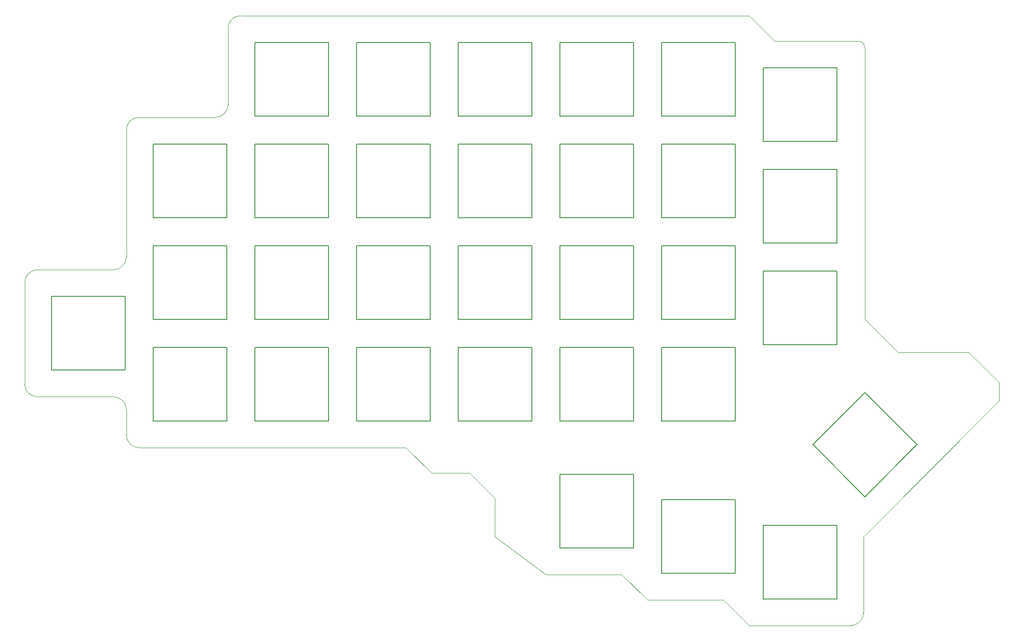
<source format=gm1>
%TF.GenerationSoftware,KiCad,Pcbnew,5.1.9*%
%TF.CreationDate,2021-04-18T17:12:56+02:00*%
%TF.ProjectId,Crystal-Zeliska-plate,43727973-7461-46c2-9d5a-656c69736b61,rev?*%
%TF.SameCoordinates,Original*%
%TF.FileFunction,Profile,NP*%
%FSLAX46Y46*%
G04 Gerber Fmt 4.6, Leading zero omitted, Abs format (unit mm)*
G04 Created by KiCad (PCBNEW 5.1.9) date 2021-04-18 17:12:56*
%MOMM*%
%LPD*%
G01*
G04 APERTURE LIST*
%TA.AperFunction,Profile*%
%ADD10C,0.100000*%
%TD*%
%TA.AperFunction,Profile*%
%ADD11C,0.200000*%
%TD*%
G04 APERTURE END LIST*
D10*
X182736236Y-39662123D02*
X198464420Y-39708640D01*
X199674420Y-40908640D02*
X199674420Y-91798640D01*
X199674420Y-91798640D02*
X205854420Y-97978640D01*
X219114420Y-97978640D02*
X224854420Y-103718640D01*
X224854420Y-103718640D02*
X224857219Y-107078640D01*
X224857219Y-107078640D02*
X199403716Y-132532143D01*
X199403716Y-132532143D02*
X199403716Y-146819643D01*
X197023736Y-149197083D02*
X177973736Y-149197083D01*
X177973736Y-34899623D02*
X182736236Y-39662123D01*
D11*
X137247376Y-58955963D02*
X137247376Y-72755783D01*
X123447556Y-72755783D02*
X123447556Y-58955963D01*
X123447556Y-91805783D02*
X137247376Y-91805783D01*
X137247376Y-78005963D02*
X123447556Y-78005963D01*
X137247376Y-78005963D02*
X137247376Y-91805783D01*
X123447556Y-91805783D02*
X123447556Y-78005963D01*
X123447556Y-110855783D02*
X123447556Y-97055963D01*
X137247376Y-97055963D02*
X137247376Y-110855783D01*
X194397376Y-63718463D02*
X194397376Y-77518283D01*
X180597556Y-77518283D02*
X180597556Y-63718463D01*
X180597556Y-96568283D02*
X180597556Y-82768463D01*
X194397376Y-82768463D02*
X194397376Y-96568283D01*
X194397376Y-82768463D02*
X180597556Y-82768463D01*
X180597556Y-96568283D02*
X194397376Y-96568283D01*
X189924436Y-115298243D02*
X199683116Y-125056923D01*
X209441796Y-115298243D02*
X199683116Y-105542103D01*
X99147376Y-39905963D02*
X85347556Y-39905963D01*
X85347556Y-53705783D02*
X99147376Y-53705783D01*
X85347556Y-72755783D02*
X85347556Y-58955963D01*
X99147376Y-58955963D02*
X99147376Y-72755783D01*
X99147376Y-58955963D02*
X85347556Y-58955963D01*
X85347556Y-72755783D02*
X99147376Y-72755783D01*
X85347556Y-91805783D02*
X85347556Y-78005963D01*
X99147376Y-78005963D02*
X99147376Y-91805783D01*
X175347376Y-39905963D02*
X161547556Y-39905963D01*
X161547556Y-53705783D02*
X175347376Y-53705783D01*
X66297556Y-72755783D02*
X66297556Y-58955963D01*
X80097376Y-58955963D02*
X80097376Y-72755783D01*
X80097376Y-58955963D02*
X66297556Y-58955963D01*
X66297556Y-72755783D02*
X80097376Y-72755783D01*
X66297556Y-110855783D02*
X80097376Y-110855783D01*
X80097376Y-97055963D02*
X66297556Y-97055963D01*
X175347376Y-58955963D02*
X175347376Y-72755783D01*
X161547556Y-72755783D02*
X161547556Y-58955963D01*
X161547556Y-91805783D02*
X161547556Y-78005963D01*
X175347376Y-78005963D02*
X175347376Y-91805783D01*
X175347376Y-78005963D02*
X161547556Y-78005963D01*
X161547556Y-91805783D02*
X175347376Y-91805783D01*
X161547556Y-110855783D02*
X161547556Y-97055963D01*
X175347376Y-97055963D02*
X175347376Y-110855783D01*
X118197376Y-39905963D02*
X118197376Y-53705783D01*
X104397556Y-53705783D02*
X104397556Y-39905963D01*
X104397556Y-72755783D02*
X118197376Y-72755783D01*
X118197376Y-58955963D02*
X104397556Y-58955963D01*
X118197376Y-58955963D02*
X118197376Y-72755783D01*
X104397556Y-72755783D02*
X104397556Y-58955963D01*
X104397556Y-110855783D02*
X104397556Y-97055963D01*
X118197376Y-97055963D02*
X118197376Y-110855783D01*
X156297376Y-97055963D02*
X142497556Y-97055963D01*
X142497556Y-110855783D02*
X156297376Y-110855783D01*
X142497556Y-134668283D02*
X156297376Y-134668283D01*
X156297376Y-120868463D02*
X142497556Y-120868463D01*
X156297376Y-120868463D02*
X156297376Y-134668283D01*
X142497556Y-134668283D02*
X142497556Y-120868463D01*
X161547556Y-72755783D02*
X175347376Y-72755783D01*
X175347376Y-58955963D02*
X161547556Y-58955963D01*
X137247376Y-97055963D02*
X123447556Y-97055963D01*
X123447556Y-110855783D02*
X137247376Y-110855783D01*
X142497556Y-53705783D02*
X156297376Y-53705783D01*
X156297376Y-39905963D02*
X142497556Y-39905963D01*
X156297376Y-39905963D02*
X156297376Y-53705783D01*
X142497556Y-53705783D02*
X142497556Y-39905963D01*
X142497556Y-72755783D02*
X156297376Y-72755783D01*
X156297376Y-58955963D02*
X142497556Y-58955963D01*
X175347376Y-97055963D02*
X161547556Y-97055963D01*
X161547556Y-110855783D02*
X175347376Y-110855783D01*
X180597556Y-58468283D02*
X180597556Y-44668463D01*
X194397376Y-44668463D02*
X194397376Y-58468283D01*
X194397376Y-44668463D02*
X180597556Y-44668463D01*
X180597556Y-58468283D02*
X194397376Y-58468283D01*
X180597556Y-77518283D02*
X194397376Y-77518283D01*
X194397376Y-63718463D02*
X180597556Y-63718463D01*
D10*
X63673735Y-115865347D02*
G75*
G02*
X61291216Y-113482143I685J2383204D01*
G01*
D11*
X161547556Y-139430783D02*
X175347376Y-139430783D01*
X175347376Y-125630963D02*
X161547556Y-125630963D01*
X175347376Y-125630963D02*
X175347376Y-139430783D01*
X161547556Y-139430783D02*
X161547556Y-125630963D01*
X161547556Y-53705783D02*
X161547556Y-39905963D01*
X175347376Y-39905963D02*
X175347376Y-53705783D01*
X80097376Y-78005963D02*
X66297556Y-78005963D01*
X66297556Y-91805783D02*
X80097376Y-91805783D01*
X47247556Y-101330783D02*
X61047376Y-101330783D01*
X61047376Y-87530963D02*
X47247556Y-87530963D01*
X61047376Y-87530963D02*
X61047376Y-101330783D01*
X47247556Y-101330783D02*
X47247556Y-87530963D01*
X85347556Y-53705783D02*
X85347556Y-39905963D01*
X99147376Y-39905963D02*
X99147376Y-53705783D01*
X80097376Y-97055963D02*
X80097376Y-110855783D01*
X66297556Y-110855783D02*
X66297556Y-97055963D01*
X104397556Y-91805783D02*
X104397556Y-78005963D01*
X118197376Y-78005963D02*
X118197376Y-91805783D01*
X118197376Y-78005963D02*
X104397556Y-78005963D01*
X104397556Y-91805783D02*
X118197376Y-91805783D01*
X66297556Y-91805783D02*
X66297556Y-78005963D01*
X80097376Y-78005963D02*
X80097376Y-91805783D01*
D10*
X118441216Y-120624623D02*
X113678716Y-115862123D01*
X113678716Y-115862123D02*
X63674244Y-115861361D01*
X61291216Y-113482143D02*
X61291216Y-108719643D01*
X58911236Y-106337123D02*
X44624244Y-106336361D01*
X42241216Y-103957143D02*
X42239831Y-84938638D01*
X44624244Y-82523861D02*
X58911744Y-82523861D01*
X61292994Y-80142611D02*
X61285413Y-56332126D01*
X63673736Y-53949623D02*
X77961744Y-53948861D01*
X177973736Y-149197083D02*
X173211236Y-144437123D01*
X173211236Y-144437123D02*
X158923736Y-144437123D01*
X158923736Y-144437123D02*
X154161236Y-139674623D01*
X154161236Y-139674623D02*
X139873736Y-139674623D01*
X139873736Y-139674623D02*
X130348736Y-132532143D01*
X130348736Y-132532143D02*
X130348736Y-125387123D01*
X130348736Y-125387123D02*
X125586236Y-120624623D01*
X125586236Y-120624623D02*
X118441216Y-120624623D01*
D11*
X209441796Y-115298243D02*
X199683116Y-125056923D01*
X189924436Y-115298243D02*
X199683116Y-105542103D01*
X180597556Y-144193283D02*
X180597556Y-130393463D01*
X194397376Y-130393463D02*
X194397376Y-144193283D01*
X194397376Y-130393463D02*
X180597556Y-130393463D01*
X180597556Y-144193283D02*
X194397376Y-144193283D01*
D10*
X44624244Y-106340347D02*
G75*
G02*
X42241216Y-103957143I176J2383204D01*
G01*
D11*
X156297376Y-58955963D02*
X156297376Y-72755783D01*
X142497556Y-72755783D02*
X142497556Y-58955963D01*
X142497556Y-91805783D02*
X142497556Y-78005963D01*
X156297376Y-78005963D02*
X156297376Y-91805783D01*
X156297376Y-78005963D02*
X142497556Y-78005963D01*
X142497556Y-91805783D02*
X156297376Y-91805783D01*
X142497556Y-110855783D02*
X142497556Y-97055963D01*
X156297376Y-97055963D02*
X156297376Y-110855783D01*
D10*
X42239831Y-84938638D02*
G75*
G02*
X44624245Y-82523862I2384589J29998D01*
G01*
X61285412Y-56332126D02*
G75*
G02*
X63673736Y-53949623I2389008J-6514D01*
G01*
X61290396Y-80142617D02*
G75*
G02*
X58911237Y-82524622I-2375976J-6023D01*
G01*
D11*
X99147376Y-78005963D02*
X85347556Y-78005963D01*
X85347556Y-91805783D02*
X99147376Y-91805783D01*
X85347556Y-110855783D02*
X99147376Y-110855783D01*
X99147376Y-97055963D02*
X85347556Y-97055963D01*
X99147376Y-97055963D02*
X99147376Y-110855783D01*
X85347556Y-110855783D02*
X85347556Y-97055963D01*
X104397556Y-53705783D02*
X118197376Y-53705783D01*
X118197376Y-39905963D02*
X104397556Y-39905963D01*
X118197376Y-97055963D02*
X104397556Y-97055963D01*
X104397556Y-110855783D02*
X118197376Y-110855783D01*
X123447556Y-53705783D02*
X137247376Y-53705783D01*
X137247376Y-39905963D02*
X123447556Y-39905963D01*
X137247376Y-39905963D02*
X137247376Y-53705783D01*
X123447556Y-53705783D02*
X123447556Y-39905963D01*
X123447556Y-72755783D02*
X137247376Y-72755783D01*
X137247376Y-58955963D02*
X123447556Y-58955963D01*
D10*
X80342994Y-51567611D02*
X80341216Y-37282143D01*
X82723736Y-34899623D02*
X177973736Y-34899623D01*
X205854420Y-97978640D02*
X219114420Y-97978640D01*
X199402863Y-146819643D02*
G75*
G02*
X197024420Y-149197083I-2378443J1003D01*
G01*
X198464420Y-39708599D02*
G75*
G02*
X199674420Y-40908640I0J-1210041D01*
G01*
X80345407Y-37282136D02*
G75*
G02*
X82723737Y-34899624I2379013J3496D01*
G01*
X58911241Y-106341847D02*
G75*
G02*
X61291215Y-108719642I3179J-2376793D01*
G01*
X80345404Y-51567609D02*
G75*
G02*
X77961237Y-53949622I-2380984J-1031D01*
G01*
M02*

</source>
